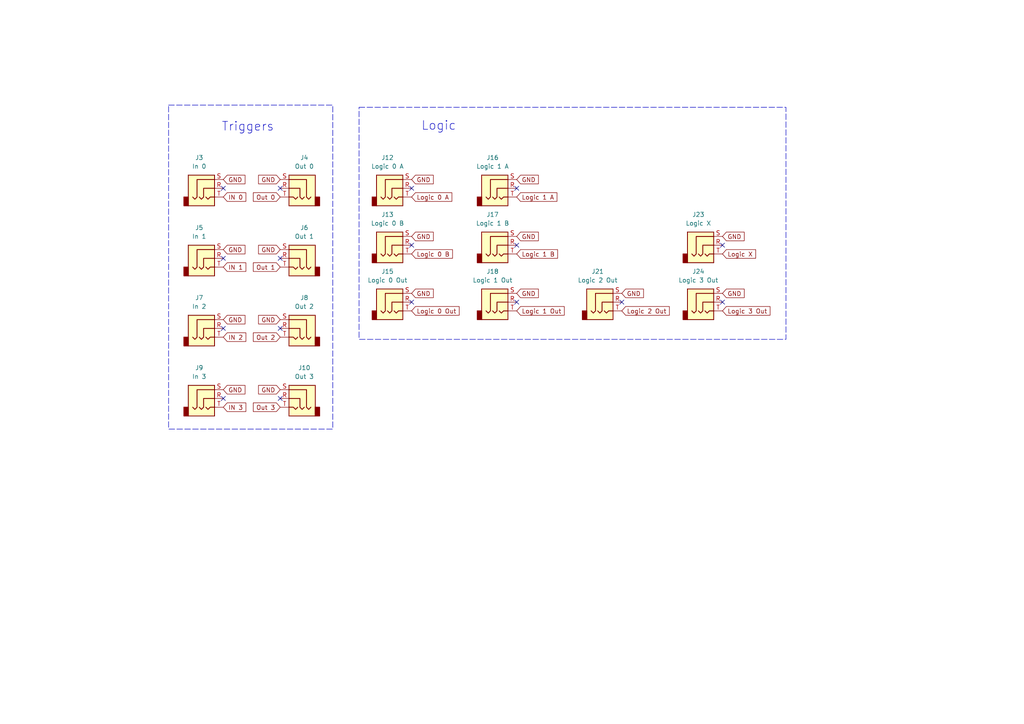
<source format=kicad_sch>
(kicad_sch (version 20231120) (generator "eeschema") (generator_version "8.0")
  (paper "A4")
  (title_block (title "Audio Thing Template") (rev "1.0") (company "velvia-fifty") (comment 1 "https://github.com/velvia-fifty/AudioThings") (comment 2 "You should have changed this already :)") (comment 4 "Stay humble"))
  (lib_symbols
    (symbol "Connector_Audio:AudioJack3"
      (property "Reference" "J" (at 0 8.89 0))
      (property "Value" "AudioJack3" (at 0 6.35 0))
      (symbol "AudioJack3_0_1"
        (rectangle (start -5.08 -5.08) (end -6.35 -2.54) (stroke (width 0.254)) (fill (type outline)))
        (polyline (pts (xy 0 -2.54) (xy 0.635 -3.175) (xy 1.27 -2.54) (xy 2.54 -2.54)) (stroke (width 0.254)))
        (polyline (pts (xy -1.905 -2.54) (xy -1.27 -3.175) (xy -0.635 -2.54) (xy -0.635 0) (xy 2.54 0)) (stroke (width 0.254)))
        (polyline (pts (xy 2.54 2.54) (xy -2.54 2.54) (xy -2.54 -2.54) (xy -3.175 -3.175) (xy -3.81 -2.54)) (stroke (width 0.254)))
        (rectangle (start 2.54 3.81) (end -5.08 -5.08) (stroke (width 0.254)) (fill (type background)))
      )
      (symbol "AudioJack3_1_1"
        (pin passive line (at 5.08 0 180) (length 2.54) (name "~") (number "R"))
        (pin passive line (at 5.08 2.54 180) (length 2.54) (name "~") (number "S"))
        (pin passive line (at 5.08 -2.54 180) (length 2.54) (name "~") (number "T"))
      )
    )
  )
  (no_connect (at 149.86 87.63))
  (no_connect (at 119.38 54.61))
  (no_connect (at 149.86 54.61))
  (no_connect (at 64.77 95.25))
  (no_connect (at 119.38 71.12))
  (no_connect (at 81.28 115.57))
  (no_connect (at 149.86 71.12))
  (no_connect (at 64.77 115.57))
  (no_connect (at 64.77 74.93))
  (no_connect (at 119.38 87.63))
  (no_connect (at 81.28 54.61))
  (no_connect (at 81.28 74.93))
  (no_connect (at 64.77 54.61))
  (no_connect (at 81.28 95.25))
  (no_connect (at 180.34 87.63))
  (no_connect (at 209.55 87.63))
  (no_connect (at 209.55 71.12))
  (rectangle (start 104.14 31.115) (end 227.965 98.425) (stroke (width 0) (type dash)))
  (rectangle (start 48.895 30.48) (end 96.52 124.46) (stroke (width 0) (type dash)))
  (text "Triggers" (at 71.882 36.83 0) (effects (font (size 2.54 2.54))))
  (text "Logic" (at 127.254 36.576 0) (effects (font (size 2.54 2.54))))
  (global_label "IN 1" (shape input) (at 64.77 77.47 0) (property "Intersheetrefs" "${INTERSHEET_REFS}" (effects (hide yes))))
  (global_label "GND" (shape input) (at 64.77 113.03 0) (property "Intersheetrefs" "${INTERSHEET_REFS}" (effects (hide yes))))
  (global_label "Logic 3 Out" (shape input) (at 209.55 90.17 0) (property "Intersheetrefs" "${INTERSHEET_REFS}" (effects (hide yes))))
  (global_label "GND" (shape input) (at 119.38 52.07 0) (property "Intersheetrefs" "${INTERSHEET_REFS}" (effects (hide yes))))
  (global_label "GND" (shape input) (at 81.28 52.07 180) (property "Intersheetrefs" "${INTERSHEET_REFS}" (effects (hide yes))))
  (global_label "Out 1" (shape input) (at 81.28 77.47 180) (property "Intersheetrefs" "${INTERSHEET_REFS}" (effects (hide yes))))
  (global_label "GND" (shape input) (at 149.86 52.07 0) (property "Intersheetrefs" "${INTERSHEET_REFS}" (effects (hide yes))))
  (global_label "GND" (shape input) (at 81.28 113.03 180) (property "Intersheetrefs" "${INTERSHEET_REFS}" (effects (hide yes))))
  (global_label "Logic 1 Out" (shape input) (at 149.86 90.17 0) (property "Intersheetrefs" "${INTERSHEET_REFS}" (effects (hide yes))))
  (global_label "GND" (shape input) (at 64.77 92.71 0) (property "Intersheetrefs" "${INTERSHEET_REFS}" (effects (hide yes))))
  (global_label "IN 3" (shape input) (at 64.77 118.11 0) (property "Intersheetrefs" "${INTERSHEET_REFS}" (effects (hide yes))))
  (global_label "GND" (shape input) (at 64.77 52.07 0) (property "Intersheetrefs" "${INTERSHEET_REFS}" (effects (hide yes))))
  (global_label "GND" (shape input) (at 209.55 85.09 0) (property "Intersheetrefs" "${INTERSHEET_REFS}" (effects (hide yes))))
  (global_label "Logic 0 A" (shape input) (at 119.38 57.15 0) (property "Intersheetrefs" "${INTERSHEET_REFS}" (effects (hide yes))))
  (global_label "Logic X" (shape input) (at 209.55 73.66 0) (property "Intersheetrefs" "${INTERSHEET_REFS}" (effects (hide yes))))
  (global_label "Out 0" (shape input) (at 81.28 57.15 180) (property "Intersheetrefs" "${INTERSHEET_REFS}" (effects (hide yes))))
  (global_label "GND" (shape input) (at 149.86 68.58 0) (property "Intersheetrefs" "${INTERSHEET_REFS}" (effects (hide yes))))
  (global_label "GND" (shape input) (at 119.38 68.58 0) (property "Intersheetrefs" "${INTERSHEET_REFS}" (effects (hide yes))))
  (global_label "GND" (shape input) (at 64.77 72.39 0) (property "Intersheetrefs" "${INTERSHEET_REFS}" (effects (hide yes))))
  (global_label "GND" (shape input) (at 209.55 68.58 0) (property "Intersheetrefs" "${INTERSHEET_REFS}" (effects (hide yes))))
  (global_label "Logic 0 Out" (shape input) (at 119.38 90.17 0) (property "Intersheetrefs" "${INTERSHEET_REFS}" (effects (hide yes))))
  (global_label "GND" (shape input) (at 81.28 72.39 180) (property "Intersheetrefs" "${INTERSHEET_REFS}" (effects (hide yes))))
  (global_label "GND" (shape input) (at 180.34 85.09 0) (property "Intersheetrefs" "${INTERSHEET_REFS}" (effects (hide yes))))
  (global_label "Logic 0 B" (shape input) (at 119.38 73.66 0) (property "Intersheetrefs" "${INTERSHEET_REFS}" (effects (hide yes))))
  (global_label "IN 0" (shape input) (at 64.77 57.15 0) (property "Intersheetrefs" "${INTERSHEET_REFS}" (effects (hide yes))))
  (global_label "GND" (shape input) (at 149.86 85.09 0) (property "Intersheetrefs" "${INTERSHEET_REFS}" (effects (hide yes))))
  (global_label "GND" (shape input) (at 81.28 92.71 180) (property "Intersheetrefs" "${INTERSHEET_REFS}" (effects (hide yes))))
  (global_label "GND" (shape input) (at 119.38 85.09 0) (property "Intersheetrefs" "${INTERSHEET_REFS}" (effects (hide yes))))
  (global_label "Logic 2 Out" (shape input) (at 180.34 90.17 0) (property "Intersheetrefs" "${INTERSHEET_REFS}" (effects (hide yes))))
  (global_label "Out 2" (shape input) (at 81.28 97.79 180) (property "Intersheetrefs" "${INTERSHEET_REFS}" (effects (hide yes))))
  (global_label "Out 3" (shape input) (at 81.28 118.11 180) (property "Intersheetrefs" "${INTERSHEET_REFS}" (effects (hide yes))))
  (global_label "Logic 1 A" (shape input) (at 149.86 57.15 0) (property "Intersheetrefs" "${INTERSHEET_REFS}" (effects (hide yes))))
  (global_label "Logic 1 B" (shape input) (at 149.86 73.66 0) (property "Intersheetrefs" "${INTERSHEET_REFS}" (effects (hide yes))))
  (global_label "IN 2" (shape input) (at 64.77 97.79 0) (property "Intersheetrefs" "${INTERSHEET_REFS}" (effects (hide yes))))
  (symbol (lib_id "Connector_Audio:AudioJack3") (at 144.78 54.61 0) (unit 1) (on_board no)
    (property "Reference" "J16" (at 142.875 45.72 0))
    (property "Value" "Logic 1 A" (at 142.875 48.26 0))
    (property "Footprint" "AT-Footprints:SJ3" (effects (hide yes)))
    (property "Description" "Audio Jack, 3 Poles (Stereo / TRS)" (effects (hide yes)))
  )
  (symbol (lib_id "Connector_Audio:AudioJack3") (at 59.69 54.61 0) (unit 1) (on_board no)
    (property "Reference" "J3" (at 57.785 45.72 0))
    (property "Value" "In 0" (at 57.785 48.26 0))
    (property "Footprint" "AT-Footprints:SJ3" (effects (hide yes)))
    (property "Description" "Audio Jack, 3 Poles (Stereo / TRS)" (effects (hide yes)))
  )
  (symbol (lib_id "Connector_Audio:AudioJack3") (at 114.3 71.12 0) (unit 1) (on_board no)
    (property "Reference" "J13" (at 112.395 62.23 0))
    (property "Value" "Logic 0 B" (at 112.395 64.77 0))
    (property "Footprint" "AT-Footprints:SJ3" (effects (hide yes)))
    (property "Description" "Audio Jack, 3 Poles (Stereo / TRS)" (effects (hide yes)))
  )
  (symbol (lib_id "Connector_Audio:AudioJack3") (at 86.36 54.61 0) (mirror y) (unit 1) (on_board no)
    (property "Reference" "J4" (at 88.265 45.72 0))
    (property "Value" "Out 0" (at 88.265 48.26 0))
    (property "Footprint" "AT-Footprints:SJ3" (effects (hide yes)))
    (property "Description" "Audio Jack, 3 Poles (Stereo / TRS)" (effects (hide yes)))
  )
  (symbol (lib_id "Connector_Audio:AudioJack3") (at 59.69 74.93 0) (unit 1) (on_board no)
    (property "Reference" "J5" (at 57.785 66.04 0))
    (property "Value" "In 1" (at 57.785 68.58 0))
    (property "Footprint" "AT-Footprints:SJ3" (effects (hide yes)))
    (property "Description" "Audio Jack, 3 Poles (Stereo / TRS)" (effects (hide yes)))
  )
  (symbol (lib_id "Connector_Audio:AudioJack3") (at 204.47 71.12 0) (unit 1) (on_board no)
    (property "Reference" "J23" (at 202.565 62.23 0))
    (property "Value" "Logic X" (at 202.565 64.77 0))
    (property "Footprint" "AT-Footprints:SJ3" (effects (hide yes)))
    (property "Description" "Audio Jack, 3 Poles (Stereo / TRS)" (effects (hide yes)))
  )
  (symbol (lib_id "Connector_Audio:AudioJack3") (at 114.3 54.61 0) (unit 1) (on_board no)
    (property "Reference" "J12" (at 112.395 45.72 0))
    (property "Value" "Logic 0 A" (at 112.395 48.26 0))
    (property "Footprint" "AT-Footprints:SJ3" (effects (hide yes)))
    (property "Description" "Audio Jack, 3 Poles (Stereo / TRS)" (effects (hide yes)))
  )
  (symbol (lib_id "Connector_Audio:AudioJack3") (at 86.36 74.93 0) (mirror y) (unit 1) (on_board no)
    (property "Reference" "J6" (at 88.265 66.04 0))
    (property "Value" "Out 1" (at 88.265 68.58 0))
    (property "Footprint" "AT-Footprints:SJ3" (effects (hide yes)))
    (property "Description" "Audio Jack, 3 Poles (Stereo / TRS)" (effects (hide yes)))
  )
  (symbol (lib_id "Connector_Audio:AudioJack3") (at 59.69 95.25 0) (unit 1) (on_board no)
    (property "Reference" "J7" (at 57.785 86.36 0))
    (property "Value" "In 2" (at 57.785 88.9 0))
    (property "Footprint" "AT-Footprints:SJ3" (effects (hide yes)))
    (property "Description" "Audio Jack, 3 Poles (Stereo / TRS)" (effects (hide yes)))
  )
  (symbol (lib_id "Connector_Audio:AudioJack3") (at 175.26 87.63 0) (unit 1) (on_board no)
    (property "Reference" "J21" (at 173.355 78.74 0))
    (property "Value" "Logic 2 Out" (at 173.355 81.28 0))
    (property "Footprint" "AT-Footprints:SJ3" (effects (hide yes)))
    (property "Description" "Audio Jack, 3 Poles (Stereo / TRS)" (effects (hide yes)))
  )
  (symbol (lib_id "Connector_Audio:AudioJack3") (at 144.78 87.63 0) (unit 1) (on_board no)
    (property "Reference" "J18" (at 142.875 78.74 0))
    (property "Value" "Logic 1 Out" (at 142.875 81.28 0))
    (property "Footprint" "AT-Footprints:SJ3" (effects (hide yes)))
    (property "Description" "Audio Jack, 3 Poles (Stereo / TRS)" (effects (hide yes)))
  )
  (symbol (lib_id "Connector_Audio:AudioJack3") (at 144.78 71.12 0) (unit 1) (on_board no)
    (property "Reference" "J17" (at 142.875 62.23 0))
    (property "Value" "Logic 1 B" (at 142.875 64.77 0))
    (property "Footprint" "AT-Footprints:SJ3" (effects (hide yes)))
    (property "Description" "Audio Jack, 3 Poles (Stereo / TRS)" (effects (hide yes)))
  )
  (symbol (lib_id "Connector_Audio:AudioJack3") (at 59.69 115.57 0) (unit 1) (on_board no)
    (property "Reference" "J9" (at 57.785 106.68 0))
    (property "Value" "In 3" (at 57.785 109.22 0))
    (property "Footprint" "AT-Footprints:SJ3" (effects (hide yes)))
    (property "Description" "Audio Jack, 3 Poles (Stereo / TRS)" (effects (hide yes)))
  )
  (symbol (lib_id "Connector_Audio:AudioJack3") (at 86.36 115.57 0) (mirror y) (unit 1) (on_board no)
    (property "Reference" "J10" (at 88.265 106.68 0))
    (property "Value" "Out 3" (at 88.265 109.22 0))
    (property "Footprint" "AT-Footprints:SJ3" (effects (hide yes)))
    (property "Description" "Audio Jack, 3 Poles (Stereo / TRS)" (effects (hide yes)))
  )
  (symbol (lib_id "Connector_Audio:AudioJack3") (at 204.47 87.63 0) (unit 1) (on_board no)
    (property "Reference" "J24" (at 202.565 78.74 0))
    (property "Value" "Logic 3 Out" (at 202.565 81.28 0))
    (property "Footprint" "AT-Footprints:SJ3" (effects (hide yes)))
    (property "Description" "Audio Jack, 3 Poles (Stereo / TRS)" (effects (hide yes)))
  )
  (symbol (lib_id "Connector_Audio:AudioJack3") (at 114.3 87.63 0) (unit 1) (on_board no)
    (property "Reference" "J15" (at 112.395 78.74 0))
    (property "Value" "Logic 0 Out" (at 112.395 81.28 0))
    (property "Footprint" "AT-Footprints:SJ3" (effects (hide yes)))
    (property "Description" "Audio Jack, 3 Poles (Stereo / TRS)" (effects (hide yes)))
  )
  (symbol (lib_id "Connector_Audio:AudioJack3") (at 86.36 95.25 0) (mirror y) (unit 1) (on_board no)
    (property "Reference" "J8" (at 88.265 86.36 0))
    (property "Value" "Out 2" (at 88.265 88.9 0))
    (property "Footprint" "AT-Footprints:SJ3" (effects (hide yes)))
    (property "Description" "Audio Jack, 3 Poles (Stereo / TRS)" (effects (hide yes)))
  )
)
</source>
